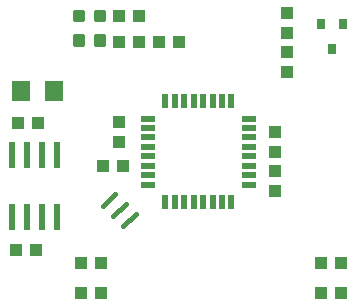
<source format=gbr>
G04 EAGLE Gerber X2 export*
%TF.Part,Single*%
%TF.FileFunction,Paste,Top*%
%TF.FilePolarity,Positive*%
%TF.GenerationSoftware,Autodesk,EAGLE,9.1.3*%
%TF.CreationDate,2018-09-23T19:11:10Z*%
G75*
%MOMM*%
%FSLAX34Y34*%
%LPD*%
%AMOC8*
5,1,8,0,0,1.08239X$1,22.5*%
G01*
%ADD10R,1.270000X0.558800*%
%ADD11R,0.558800X1.270000*%
%ADD12R,0.600000X2.200000*%
%ADD13C,0.450000*%
%ADD14R,1.100000X1.000000*%
%ADD15R,1.600000X1.800000*%
%ADD16R,0.800000X0.900000*%
%ADD17R,1.000000X1.100000*%
%ADD18C,0.300000*%


D10*
X130302Y268538D03*
X130302Y260538D03*
X130302Y252538D03*
X130302Y244538D03*
X130302Y236538D03*
X130302Y228538D03*
X130302Y220538D03*
X130302Y212538D03*
D11*
X145228Y197612D03*
X153228Y197612D03*
X161228Y197612D03*
X169228Y197612D03*
X177228Y197612D03*
X185228Y197612D03*
X193228Y197612D03*
X201228Y197612D03*
D10*
X216154Y212538D03*
X216154Y220538D03*
X216154Y228538D03*
X216154Y236538D03*
X216154Y244538D03*
X216154Y252538D03*
X216154Y260538D03*
X216154Y268538D03*
D11*
X201228Y283464D03*
X193228Y283464D03*
X185228Y283464D03*
X177228Y283464D03*
X169228Y283464D03*
X161228Y283464D03*
X153228Y283464D03*
X145228Y283464D03*
D12*
X40894Y237328D03*
X40894Y185328D03*
X53594Y237328D03*
X28194Y237328D03*
X15494Y237328D03*
X53594Y185328D03*
X28194Y185328D03*
X15494Y185328D03*
D13*
X92797Y194095D02*
X103085Y204383D01*
X111570Y195898D02*
X101282Y185610D01*
X109767Y177125D02*
X120055Y187413D01*
D14*
X36186Y157480D03*
X19186Y157480D03*
X37710Y264922D03*
X20710Y264922D03*
D15*
X51084Y292100D03*
X23084Y292100D03*
D16*
X295758Y348582D03*
X276758Y348582D03*
X286258Y327582D03*
D17*
X139836Y333502D03*
X156836Y333502D03*
D14*
X109846Y228092D03*
X92846Y228092D03*
D17*
X238506Y223892D03*
X238506Y206892D03*
X106426Y248802D03*
X106426Y265802D03*
X238506Y240166D03*
X238506Y257166D03*
X74050Y120650D03*
X91050Y120650D03*
X74050Y146050D03*
X91050Y146050D03*
X294250Y146050D03*
X277250Y146050D03*
X294250Y120650D03*
X277250Y120650D03*
D14*
X248666Y340750D03*
X248666Y357750D03*
X248666Y325238D03*
X248666Y308238D03*
D18*
X75756Y331018D02*
X75756Y338018D01*
X75756Y331018D02*
X68756Y331018D01*
X68756Y338018D01*
X75756Y338018D01*
X75756Y333868D02*
X68756Y333868D01*
X68756Y336718D02*
X75756Y336718D01*
X93296Y338018D02*
X93296Y331018D01*
X86296Y331018D01*
X86296Y338018D01*
X93296Y338018D01*
X93296Y333868D02*
X86296Y333868D01*
X86296Y336718D02*
X93296Y336718D01*
D17*
X123054Y333502D03*
X106054Y333502D03*
X123054Y355092D03*
X106054Y355092D03*
D18*
X75756Y351846D02*
X75756Y358846D01*
X75756Y351846D02*
X68756Y351846D01*
X68756Y358846D01*
X75756Y358846D01*
X75756Y354696D02*
X68756Y354696D01*
X68756Y357546D02*
X75756Y357546D01*
X93296Y358846D02*
X93296Y351846D01*
X86296Y351846D01*
X86296Y358846D01*
X93296Y358846D01*
X93296Y354696D02*
X86296Y354696D01*
X86296Y357546D02*
X93296Y357546D01*
M02*

</source>
